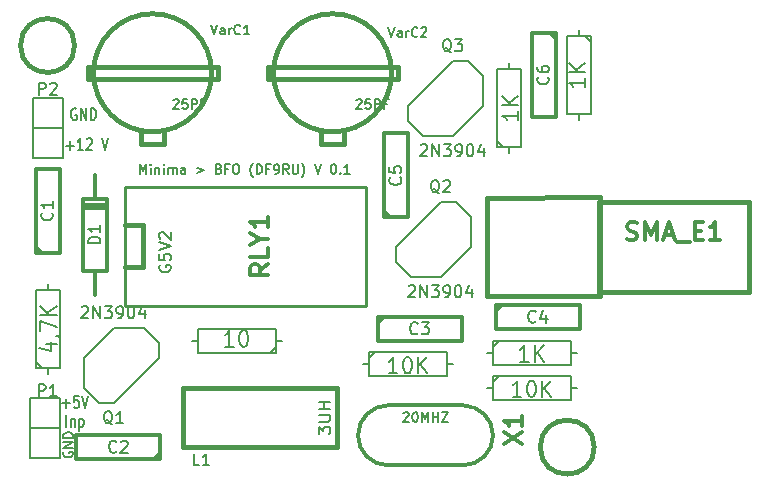
<source format=gto>
G04 #@! TF.FileFunction,Legend,Top*
%FSLAX45Y45*%
G04 Gerber Fmt 4.5, Leading zero omitted, Abs format (unit mm)*
G04 Created by KiCad (PCBNEW (2015-08-03 BZR 6047)-product) date Di 04 Aug 2015 09:04:52 CEST*
%MOMM*%
G01*
G04 APERTURE LIST*
%ADD10C,0.150000*%
%ADD11C,0.200000*%
%ADD12C,0.149860*%
%ADD13C,0.381000*%
%ADD14C,0.203200*%
%ADD15C,0.317500*%
%ADD16C,0.248920*%
%ADD17C,0.304800*%
%ADD18C,0.200660*%
G04 APERTURE END LIST*
D10*
X12837800Y-9941552D02*
X12833990Y-9949171D01*
X12833990Y-9960600D01*
X12837800Y-9972029D01*
X12845419Y-9979648D01*
X12853038Y-9983457D01*
X12868276Y-9987267D01*
X12879705Y-9987267D01*
X12894943Y-9983457D01*
X12902562Y-9979648D01*
X12910181Y-9972029D01*
X12913990Y-9960600D01*
X12913990Y-9952981D01*
X12910181Y-9941552D01*
X12906371Y-9937743D01*
X12879705Y-9937743D01*
X12879705Y-9952981D01*
X12913990Y-9903457D02*
X12833990Y-9903457D01*
X12913990Y-9857743D01*
X12833990Y-9857743D01*
X12913990Y-9819648D02*
X12833990Y-9819648D01*
X12833990Y-9800600D01*
X12837800Y-9789171D01*
X12845419Y-9781552D01*
X12853038Y-9777743D01*
X12868276Y-9773933D01*
X12879705Y-9773933D01*
X12894943Y-9777743D01*
X12902562Y-9781552D01*
X12910181Y-9789171D01*
X12913990Y-9800600D01*
X12913990Y-9819648D01*
D11*
X12825743Y-9528343D02*
X12886695Y-9528343D01*
X12856219Y-9566438D02*
X12856219Y-9490248D01*
X12962886Y-9466438D02*
X12924790Y-9466438D01*
X12920981Y-9514057D01*
X12924790Y-9509295D01*
X12932410Y-9504533D01*
X12951457Y-9504533D01*
X12959076Y-9509295D01*
X12962886Y-9514057D01*
X12966695Y-9523581D01*
X12966695Y-9547391D01*
X12962886Y-9556914D01*
X12959076Y-9561676D01*
X12951457Y-9566438D01*
X12932410Y-9566438D01*
X12924790Y-9561676D01*
X12920981Y-9556914D01*
X12989552Y-9466438D02*
X13016219Y-9566438D01*
X13042886Y-9466438D01*
X12856219Y-9726438D02*
X12856219Y-9626438D01*
X12894314Y-9659771D02*
X12894314Y-9726438D01*
X12894314Y-9669295D02*
X12898124Y-9664533D01*
X12905743Y-9659771D01*
X12917171Y-9659771D01*
X12924790Y-9664533D01*
X12928600Y-9674057D01*
X12928600Y-9726438D01*
X12966695Y-9659771D02*
X12966695Y-9759771D01*
X12966695Y-9664533D02*
X12974314Y-9659771D01*
X12989552Y-9659771D01*
X12997171Y-9664533D01*
X13000981Y-9669295D01*
X13004790Y-9678819D01*
X13004790Y-9707391D01*
X13000981Y-9716914D01*
X12997171Y-9721676D01*
X12989552Y-9726438D01*
X12974314Y-9726438D01*
X12966695Y-9721676D01*
X12858771Y-7347743D02*
X12919724Y-7347743D01*
X12889248Y-7385838D02*
X12889248Y-7309648D01*
X12999724Y-7385838D02*
X12954009Y-7385838D01*
X12976867Y-7385838D02*
X12976867Y-7285838D01*
X12969248Y-7300124D01*
X12961628Y-7309648D01*
X12954009Y-7314409D01*
X13030200Y-7295362D02*
X13034009Y-7290600D01*
X13041629Y-7285838D01*
X13060676Y-7285838D01*
X13068295Y-7290600D01*
X13072105Y-7295362D01*
X13075914Y-7304886D01*
X13075914Y-7314409D01*
X13072105Y-7328695D01*
X13026390Y-7385838D01*
X13075914Y-7385838D01*
X13159724Y-7285838D02*
X13186390Y-7385838D01*
X13213057Y-7285838D01*
X12943848Y-7036600D02*
X12936229Y-7031838D01*
X12924800Y-7031838D01*
X12913371Y-7036600D01*
X12905752Y-7046124D01*
X12901943Y-7055648D01*
X12898133Y-7074695D01*
X12898133Y-7088981D01*
X12901943Y-7108029D01*
X12905752Y-7117552D01*
X12913371Y-7127076D01*
X12924800Y-7131838D01*
X12932419Y-7131838D01*
X12943848Y-7127076D01*
X12947657Y-7122314D01*
X12947657Y-7088981D01*
X12932419Y-7088981D01*
X12981943Y-7131838D02*
X12981943Y-7031838D01*
X13027657Y-7131838D01*
X13027657Y-7031838D01*
X13065752Y-7131838D02*
X13065752Y-7031838D01*
X13084800Y-7031838D01*
X13096229Y-7036600D01*
X13103848Y-7046124D01*
X13107657Y-7055648D01*
X13111467Y-7074695D01*
X13111467Y-7088981D01*
X13107657Y-7108029D01*
X13103848Y-7117552D01*
X13096229Y-7127076D01*
X13084800Y-7131838D01*
X13065752Y-7131838D01*
D12*
X13483717Y-7586091D02*
X13483717Y-7506081D01*
X13510387Y-7563231D01*
X13537057Y-7506081D01*
X13537057Y-7586091D01*
X13575157Y-7586091D02*
X13575157Y-7532751D01*
X13575157Y-7506081D02*
X13571347Y-7509891D01*
X13575157Y-7513701D01*
X13578967Y-7509891D01*
X13575157Y-7506081D01*
X13575157Y-7513701D01*
X13613257Y-7532751D02*
X13613257Y-7586091D01*
X13613257Y-7540371D02*
X13617067Y-7536561D01*
X13624687Y-7532751D01*
X13636117Y-7532751D01*
X13643737Y-7536561D01*
X13647547Y-7544181D01*
X13647547Y-7586091D01*
X13685647Y-7586091D02*
X13685647Y-7532751D01*
X13685647Y-7506081D02*
X13681837Y-7509891D01*
X13685647Y-7513701D01*
X13689457Y-7509891D01*
X13685647Y-7506081D01*
X13685647Y-7513701D01*
X13723747Y-7586091D02*
X13723747Y-7532751D01*
X13723747Y-7540371D02*
X13727557Y-7536561D01*
X13735177Y-7532751D01*
X13746607Y-7532751D01*
X13754227Y-7536561D01*
X13758037Y-7544181D01*
X13758037Y-7586091D01*
X13758037Y-7544181D02*
X13761847Y-7536561D01*
X13769467Y-7532751D01*
X13780897Y-7532751D01*
X13788517Y-7536561D01*
X13792327Y-7544181D01*
X13792327Y-7586091D01*
X13864717Y-7586091D02*
X13864717Y-7544181D01*
X13860907Y-7536561D01*
X13853287Y-7532751D01*
X13838047Y-7532751D01*
X13830427Y-7536561D01*
X13864717Y-7582281D02*
X13857097Y-7586091D01*
X13838047Y-7586091D01*
X13830427Y-7582281D01*
X13826617Y-7574661D01*
X13826617Y-7567041D01*
X13830427Y-7559421D01*
X13838047Y-7555611D01*
X13857097Y-7555611D01*
X13864717Y-7551801D01*
X13963777Y-7532751D02*
X14024737Y-7555611D01*
X13963777Y-7578471D01*
X14150467Y-7544181D02*
X14161897Y-7547991D01*
X14165707Y-7551801D01*
X14169517Y-7559421D01*
X14169517Y-7570851D01*
X14165707Y-7578471D01*
X14161897Y-7582281D01*
X14154277Y-7586091D01*
X14123797Y-7586091D01*
X14123797Y-7506081D01*
X14150467Y-7506081D01*
X14158087Y-7509891D01*
X14161897Y-7513701D01*
X14165707Y-7521321D01*
X14165707Y-7528941D01*
X14161897Y-7536561D01*
X14158087Y-7540371D01*
X14150467Y-7544181D01*
X14123797Y-7544181D01*
X14230477Y-7544181D02*
X14203807Y-7544181D01*
X14203807Y-7586091D02*
X14203807Y-7506081D01*
X14241907Y-7506081D01*
X14287627Y-7506081D02*
X14302867Y-7506081D01*
X14310487Y-7509891D01*
X14318107Y-7517511D01*
X14321917Y-7532751D01*
X14321917Y-7559421D01*
X14318107Y-7574661D01*
X14310487Y-7582281D01*
X14302867Y-7586091D01*
X14287627Y-7586091D01*
X14280007Y-7582281D01*
X14272387Y-7574661D01*
X14268577Y-7559421D01*
X14268577Y-7532751D01*
X14272387Y-7517511D01*
X14280007Y-7509891D01*
X14287627Y-7506081D01*
X14440027Y-7616571D02*
X14436217Y-7612761D01*
X14428597Y-7601331D01*
X14424787Y-7593711D01*
X14420977Y-7582281D01*
X14417167Y-7563231D01*
X14417167Y-7547991D01*
X14420977Y-7528941D01*
X14424787Y-7517511D01*
X14428597Y-7509891D01*
X14436217Y-7498461D01*
X14440027Y-7494651D01*
X14470507Y-7586091D02*
X14470507Y-7506081D01*
X14489557Y-7506081D01*
X14500987Y-7509891D01*
X14508607Y-7517511D01*
X14512417Y-7525131D01*
X14516227Y-7540371D01*
X14516227Y-7551801D01*
X14512417Y-7567041D01*
X14508607Y-7574661D01*
X14500987Y-7582281D01*
X14489557Y-7586091D01*
X14470507Y-7586091D01*
X14577187Y-7544181D02*
X14550517Y-7544181D01*
X14550517Y-7586091D02*
X14550517Y-7506081D01*
X14588617Y-7506081D01*
X14622907Y-7586091D02*
X14638147Y-7586091D01*
X14645767Y-7582281D01*
X14649577Y-7578471D01*
X14657197Y-7567041D01*
X14661007Y-7551801D01*
X14661007Y-7521321D01*
X14657197Y-7513701D01*
X14653387Y-7509891D01*
X14645767Y-7506081D01*
X14630527Y-7506081D01*
X14622907Y-7509891D01*
X14619097Y-7513701D01*
X14615287Y-7521321D01*
X14615287Y-7540371D01*
X14619097Y-7547991D01*
X14622907Y-7551801D01*
X14630527Y-7555611D01*
X14645767Y-7555611D01*
X14653387Y-7551801D01*
X14657197Y-7547991D01*
X14661007Y-7540371D01*
X14741017Y-7586091D02*
X14714347Y-7547991D01*
X14695297Y-7586091D02*
X14695297Y-7506081D01*
X14725777Y-7506081D01*
X14733397Y-7509891D01*
X14737207Y-7513701D01*
X14741017Y-7521321D01*
X14741017Y-7532751D01*
X14737207Y-7540371D01*
X14733397Y-7544181D01*
X14725777Y-7547991D01*
X14695297Y-7547991D01*
X14775307Y-7506081D02*
X14775307Y-7570851D01*
X14779117Y-7578471D01*
X14782927Y-7582281D01*
X14790547Y-7586091D01*
X14805787Y-7586091D01*
X14813407Y-7582281D01*
X14817217Y-7578471D01*
X14821027Y-7570851D01*
X14821027Y-7506081D01*
X14851507Y-7616571D02*
X14855317Y-7612761D01*
X14862937Y-7601331D01*
X14866747Y-7593711D01*
X14870557Y-7582281D01*
X14874367Y-7563231D01*
X14874367Y-7547991D01*
X14870557Y-7528941D01*
X14866747Y-7517511D01*
X14862937Y-7509891D01*
X14855317Y-7498461D01*
X14851507Y-7494651D01*
X14961997Y-7506081D02*
X14988667Y-7586091D01*
X15015337Y-7506081D01*
X15118207Y-7506081D02*
X15125827Y-7506081D01*
X15133447Y-7509891D01*
X15137257Y-7513701D01*
X15141067Y-7521321D01*
X15144877Y-7536561D01*
X15144877Y-7555611D01*
X15141067Y-7570851D01*
X15137257Y-7578471D01*
X15133447Y-7582281D01*
X15125827Y-7586091D01*
X15118207Y-7586091D01*
X15110587Y-7582281D01*
X15106777Y-7578471D01*
X15102967Y-7570851D01*
X15099157Y-7555611D01*
X15099157Y-7536561D01*
X15102967Y-7521321D01*
X15106777Y-7513701D01*
X15110587Y-7509891D01*
X15118207Y-7506081D01*
X15179167Y-7578471D02*
X15182977Y-7582281D01*
X15179167Y-7586091D01*
X15175357Y-7582281D01*
X15179167Y-7578471D01*
X15179167Y-7586091D01*
X15259177Y-7586091D02*
X15213457Y-7586091D01*
X15236317Y-7586091D02*
X15236317Y-7506081D01*
X15228697Y-7517511D01*
X15221077Y-7525131D01*
X15213457Y-7528941D01*
D10*
X12573000Y-7199884D02*
X12827000Y-7199884D01*
X12573000Y-7453884D02*
X12827000Y-7453884D01*
X12827000Y-7453884D02*
X12827000Y-7199884D01*
X12827000Y-7199884D02*
X12827000Y-6945884D01*
X12827000Y-6945884D02*
X12573000Y-6945884D01*
X12573000Y-6945884D02*
X12573000Y-7453884D01*
X12807950Y-9738106D02*
X12553950Y-9738106D01*
X12807950Y-9484106D02*
X12553950Y-9484106D01*
X12553950Y-9484106D02*
X12553950Y-9738106D01*
X12553950Y-9738106D02*
X12553950Y-9992106D01*
X12553950Y-9992106D02*
X12807950Y-9992106D01*
X12807950Y-9992106D02*
X12807950Y-9484106D01*
D13*
X17328642Y-9900158D02*
G75*
G03X17328642Y-9900158I-228600J0D01*
G01*
X12928600Y-6499860D02*
G75*
G03X12928600Y-6499860I-228600J0D01*
G01*
X15150084Y-9899904D02*
X13850112Y-9899904D01*
X13850112Y-9899904D02*
X13850112Y-9400032D01*
X13850112Y-9400032D02*
X15150084Y-9400032D01*
X15150084Y-9400032D02*
X15150084Y-9899904D01*
D14*
X15369032Y-9199880D02*
X15419832Y-9199880D01*
X16131032Y-9199880D02*
X16080232Y-9199880D01*
X16080232Y-9199880D02*
X16080232Y-9098280D01*
X16080232Y-9098280D02*
X15419832Y-9098280D01*
X15419832Y-9098280D02*
X15419832Y-9301480D01*
X15419832Y-9301480D02*
X16080232Y-9301480D01*
X16080232Y-9301480D02*
X16080232Y-9199880D01*
X15419832Y-9149080D02*
X15470632Y-9098280D01*
X14680946Y-8999982D02*
X14630146Y-8999982D01*
X13918946Y-8999982D02*
X13969746Y-8999982D01*
X13969746Y-8999982D02*
X13969746Y-9101582D01*
X13969746Y-9101582D02*
X14630146Y-9101582D01*
X14630146Y-9101582D02*
X14630146Y-8898382D01*
X14630146Y-8898382D02*
X13969746Y-8898382D01*
X13969746Y-8898382D02*
X13969746Y-8999982D01*
X14630146Y-9050782D02*
X14579346Y-9101582D01*
X16610000Y-7411000D02*
X16610000Y-7360200D01*
X16610000Y-6649000D02*
X16610000Y-6699800D01*
X16610000Y-6699800D02*
X16508400Y-6699800D01*
X16508400Y-6699800D02*
X16508400Y-7360200D01*
X16508400Y-7360200D02*
X16711600Y-7360200D01*
X16711600Y-7360200D02*
X16711600Y-6699800D01*
X16711600Y-6699800D02*
X16610000Y-6699800D01*
X16559200Y-7360200D02*
X16508400Y-7309400D01*
X16419068Y-9100058D02*
X16469868Y-9100058D01*
X17181068Y-9100058D02*
X17130268Y-9100058D01*
X17130268Y-9100058D02*
X17130268Y-8998458D01*
X17130268Y-8998458D02*
X16469868Y-8998458D01*
X16469868Y-8998458D02*
X16469868Y-9201658D01*
X16469868Y-9201658D02*
X17130268Y-9201658D01*
X17130268Y-9201658D02*
X17130268Y-9100058D01*
X16469868Y-9049258D02*
X16520668Y-8998458D01*
X16419068Y-9400032D02*
X16469868Y-9400032D01*
X17181068Y-9400032D02*
X17130268Y-9400032D01*
X17130268Y-9400032D02*
X17130268Y-9298432D01*
X17130268Y-9298432D02*
X16469868Y-9298432D01*
X16469868Y-9298432D02*
X16469868Y-9501632D01*
X16469868Y-9501632D02*
X17130268Y-9501632D01*
X17130268Y-9501632D02*
X17130268Y-9400032D01*
X16469868Y-9349232D02*
X16520668Y-9298432D01*
X17200118Y-6369050D02*
X17200118Y-6419850D01*
X17200118Y-7131050D02*
X17200118Y-7080250D01*
X17200118Y-7080250D02*
X17301718Y-7080250D01*
X17301718Y-7080250D02*
X17301718Y-6419850D01*
X17301718Y-6419850D02*
X17098518Y-6419850D01*
X17098518Y-6419850D02*
X17098518Y-7080250D01*
X17098518Y-7080250D02*
X17200118Y-7080250D01*
X17250918Y-6419850D02*
X17301718Y-6470650D01*
X12700000Y-9280906D02*
X12700000Y-9230106D01*
X12700000Y-8518906D02*
X12700000Y-8569706D01*
X12700000Y-8569706D02*
X12598400Y-8569706D01*
X12598400Y-8569706D02*
X12598400Y-9230106D01*
X12598400Y-9230106D02*
X12801600Y-9230106D01*
X12801600Y-9230106D02*
X12801600Y-8569706D01*
X12801600Y-8569706D02*
X12700000Y-8569706D01*
X12649200Y-9230106D02*
X12598400Y-9179306D01*
D15*
X15582392Y-10054082D02*
X16217392Y-10054082D01*
X15582392Y-9546082D02*
X16217392Y-9546082D01*
X16471392Y-9800082D02*
G75*
G03X16217392Y-9546082I-254000J0D01*
G01*
X16217392Y-10054082D02*
G75*
G03X16471392Y-9800082I0J254000D01*
G01*
X15582392Y-9546082D02*
G75*
G03X15328392Y-9800082I0J-254000D01*
G01*
X15328392Y-9800082D02*
G75*
G03X15582392Y-10054082I254000J0D01*
G01*
D13*
X13358622Y-8022082D02*
X13511022Y-8022082D01*
X13511022Y-8022082D02*
X13511022Y-8377682D01*
X13511022Y-8377682D02*
X13358622Y-8377682D01*
D16*
X15396972Y-7698232D02*
X13352272Y-7698232D01*
X15396972Y-8701532D02*
X13352272Y-8701532D01*
X13352272Y-8701532D02*
X13352272Y-7698232D01*
X15396972Y-8701532D02*
X13352272Y-8701532D01*
X15396972Y-7698232D02*
X13352272Y-7698232D01*
X15396972Y-8701532D02*
X15396972Y-7698232D01*
D15*
X13100050Y-8481060D02*
X13100050Y-8608060D01*
X13100050Y-7719060D02*
X13100050Y-7592060D01*
X13100050Y-7719060D02*
X13100050Y-7795260D01*
D17*
X13100050Y-7795260D02*
X12998450Y-7795260D01*
X12998450Y-7795260D02*
X12998450Y-8404860D01*
X12998450Y-8404860D02*
X13100050Y-8404860D01*
X13100050Y-8404860D02*
X13100050Y-8481060D01*
X13100050Y-8404860D02*
X13201650Y-8404860D01*
X13201650Y-8404860D02*
X13201650Y-7795260D01*
X13201650Y-7795260D02*
X13100050Y-7795260D01*
X12998450Y-7846060D02*
X13201650Y-7846060D01*
X13201650Y-7871460D02*
X12998450Y-7871460D01*
X15494508Y-8798306D02*
X16205708Y-8798306D01*
X16205708Y-8798306D02*
X16205708Y-9001506D01*
X16205708Y-9001506D02*
X15494508Y-9001506D01*
X15494508Y-9001506D02*
X15494508Y-8798306D01*
X15494508Y-8849106D02*
X15545308Y-8798306D01*
X15548356Y-7955534D02*
X15548356Y-7244334D01*
X15548356Y-7244334D02*
X15751556Y-7244334D01*
X15751556Y-7244334D02*
X15751556Y-7955534D01*
X15751556Y-7955534D02*
X15548356Y-7955534D01*
X15599156Y-7955534D02*
X15548356Y-7904734D01*
X16494506Y-8698484D02*
X17205706Y-8698484D01*
X17205706Y-8698484D02*
X17205706Y-8901684D01*
X17205706Y-8901684D02*
X16494506Y-8901684D01*
X16494506Y-8901684D02*
X16494506Y-8698484D01*
X16494506Y-8749284D02*
X16545306Y-8698484D01*
X17001490Y-6394450D02*
X17001490Y-7105650D01*
X17001490Y-7105650D02*
X16798290Y-7105650D01*
X16798290Y-7105650D02*
X16798290Y-6394450D01*
X16798290Y-6394450D02*
X17001490Y-6394450D01*
X16950690Y-6394450D02*
X17001490Y-6445250D01*
X12598400Y-8255508D02*
X12598400Y-7544308D01*
X12598400Y-7544308D02*
X12801600Y-7544308D01*
X12801600Y-7544308D02*
X12801600Y-8255508D01*
X12801600Y-8255508D02*
X12598400Y-8255508D01*
X12649200Y-8255508D02*
X12598400Y-8204708D01*
X13655548Y-10001504D02*
X12944348Y-10001504D01*
X12944348Y-10001504D02*
X12944348Y-9798304D01*
X12944348Y-9798304D02*
X13655548Y-9798304D01*
X13655548Y-9798304D02*
X13655548Y-10001504D01*
X13655548Y-9950704D02*
X13604748Y-10001504D01*
D13*
X15213076Y-7231126D02*
X15213076Y-7330948D01*
X15213076Y-7330948D02*
X15012924Y-7330948D01*
X15012924Y-7330948D02*
X15012924Y-7231126D01*
X15662910Y-6781038D02*
X14563090Y-6781038D01*
X14563090Y-6781038D02*
X14563090Y-6680962D01*
X14563090Y-6680962D02*
X15662910Y-6680962D01*
X15662910Y-6680962D02*
X15662910Y-6781038D01*
X15613126Y-6731000D02*
G75*
G03X15613126Y-6731000I-500126J0D01*
G01*
X13689076Y-7231126D02*
X13689076Y-7330948D01*
X13689076Y-7330948D02*
X13488924Y-7330948D01*
X13488924Y-7330948D02*
X13488924Y-7231126D01*
X14138910Y-6781038D02*
X13039090Y-6781038D01*
X13039090Y-6781038D02*
X13039090Y-6680962D01*
X13039090Y-6680962D02*
X14138910Y-6680962D01*
X14138910Y-6680962D02*
X14138910Y-6781038D01*
X14089126Y-6731000D02*
G75*
G03X14089126Y-6731000I-500126J0D01*
G01*
X16425200Y-7790440D02*
X17375160Y-7785360D01*
X17375160Y-7785360D02*
X17375160Y-8623560D01*
X17375160Y-8623560D02*
X16420120Y-8623560D01*
X16420120Y-8623560D02*
X16420120Y-7790440D01*
X17365000Y-7823460D02*
X17365000Y-8585460D01*
X17365000Y-8585460D02*
X18635000Y-8585460D01*
X18635000Y-8585460D02*
X18635000Y-7823460D01*
X18635000Y-7823460D02*
X17365000Y-7823460D01*
D10*
X13258800Y-9525000D02*
X13639800Y-9144000D01*
X13639800Y-9144000D02*
X13639800Y-9017000D01*
X13639800Y-9017000D02*
X13512800Y-8890000D01*
X13512800Y-8890000D02*
X13258800Y-8890000D01*
X13258800Y-8890000D02*
X13004800Y-9144000D01*
X13004800Y-9144000D02*
X13004800Y-9398000D01*
X13004800Y-9398000D02*
X13131800Y-9525000D01*
X13131800Y-9525000D02*
X13258800Y-9525000D01*
X16027400Y-7823200D02*
X15646400Y-8204200D01*
X15646400Y-8204200D02*
X15646400Y-8331200D01*
X15646400Y-8331200D02*
X15773400Y-8458200D01*
X15773400Y-8458200D02*
X16027400Y-8458200D01*
X16027400Y-8458200D02*
X16281400Y-8204200D01*
X16281400Y-8204200D02*
X16281400Y-7950200D01*
X16281400Y-7950200D02*
X16154400Y-7823200D01*
X16154400Y-7823200D02*
X16027400Y-7823200D01*
X16129000Y-6629400D02*
X15748000Y-7010400D01*
X15748000Y-7010400D02*
X15748000Y-7137400D01*
X15748000Y-7137400D02*
X15875000Y-7264400D01*
X15875000Y-7264400D02*
X16129000Y-7264400D01*
X16129000Y-7264400D02*
X16383000Y-7010400D01*
X16383000Y-7010400D02*
X16383000Y-6756400D01*
X16383000Y-6756400D02*
X16256000Y-6629400D01*
X16256000Y-6629400D02*
X16129000Y-6629400D01*
X12626190Y-6915238D02*
X12626190Y-6815238D01*
X12664286Y-6815238D01*
X12673810Y-6820000D01*
X12678571Y-6824762D01*
X12683333Y-6834286D01*
X12683333Y-6848571D01*
X12678571Y-6858095D01*
X12673810Y-6862857D01*
X12664286Y-6867619D01*
X12626190Y-6867619D01*
X12721429Y-6824762D02*
X12726190Y-6820000D01*
X12735714Y-6815238D01*
X12759524Y-6815238D01*
X12769048Y-6820000D01*
X12773810Y-6824762D01*
X12778571Y-6834286D01*
X12778571Y-6843809D01*
X12773810Y-6858095D01*
X12716667Y-6915238D01*
X12778571Y-6915238D01*
X12626190Y-9468638D02*
X12626190Y-9368638D01*
X12664286Y-9368638D01*
X12673810Y-9373400D01*
X12678571Y-9378162D01*
X12683333Y-9387686D01*
X12683333Y-9401971D01*
X12678571Y-9411495D01*
X12673810Y-9416257D01*
X12664286Y-9421019D01*
X12626190Y-9421019D01*
X12778571Y-9468638D02*
X12721429Y-9468638D01*
X12750000Y-9468638D02*
X12750000Y-9368638D01*
X12740476Y-9382924D01*
X12730952Y-9392448D01*
X12721429Y-9397210D01*
D18*
X13983321Y-10055273D02*
X13935665Y-10055273D01*
X13935665Y-9955197D01*
X14069100Y-10055273D02*
X14011914Y-10055273D01*
X14040507Y-10055273D02*
X14040507Y-9955197D01*
X14030976Y-9969493D01*
X14021445Y-9979024D01*
X14011914Y-9983790D01*
X14995204Y-9788168D02*
X14995204Y-9726216D01*
X15033329Y-9759575D01*
X15033329Y-9745278D01*
X15038094Y-9735747D01*
X15042860Y-9730982D01*
X15052391Y-9726216D01*
X15076218Y-9726216D01*
X15085749Y-9730982D01*
X15090515Y-9735747D01*
X15095280Y-9745278D01*
X15095280Y-9773872D01*
X15090515Y-9783403D01*
X15085749Y-9788168D01*
X14995204Y-9683327D02*
X15076218Y-9683327D01*
X15085749Y-9678561D01*
X15090515Y-9673796D01*
X15095280Y-9664265D01*
X15095280Y-9645202D01*
X15090515Y-9635671D01*
X15085749Y-9630906D01*
X15076218Y-9626140D01*
X14995204Y-9626140D01*
X15095280Y-9578485D02*
X14995204Y-9578485D01*
X15042860Y-9578485D02*
X15042860Y-9521299D01*
X15095280Y-9521299D02*
X14995204Y-9521299D01*
D14*
X15662341Y-9275778D02*
X15589770Y-9275778D01*
X15626056Y-9275778D02*
X15626056Y-9136078D01*
X15613961Y-9156035D01*
X15601865Y-9169340D01*
X15589770Y-9175992D01*
X15740961Y-9136078D02*
X15753056Y-9136078D01*
X15765151Y-9142730D01*
X15771199Y-9149382D01*
X15777246Y-9162687D01*
X15783294Y-9189297D01*
X15783294Y-9222559D01*
X15777246Y-9249168D01*
X15771199Y-9262473D01*
X15765151Y-9269125D01*
X15753056Y-9275778D01*
X15740961Y-9275778D01*
X15728865Y-9269125D01*
X15722818Y-9262473D01*
X15716770Y-9249168D01*
X15710722Y-9222559D01*
X15710722Y-9189297D01*
X15716770Y-9162687D01*
X15722818Y-9149382D01*
X15728865Y-9142730D01*
X15740961Y-9136078D01*
X15837722Y-9275778D02*
X15837722Y-9136078D01*
X15910294Y-9275778D02*
X15855865Y-9195949D01*
X15910294Y-9136078D02*
X15837722Y-9215906D01*
X14275755Y-9050480D02*
X14203184Y-9050480D01*
X14239470Y-9050480D02*
X14239470Y-8910780D01*
X14227375Y-8930737D01*
X14215279Y-8944042D01*
X14203184Y-8950694D01*
X14354375Y-8910780D02*
X14366470Y-8910780D01*
X14378565Y-8917432D01*
X14384613Y-8924084D01*
X14390660Y-8937389D01*
X14396708Y-8963999D01*
X14396708Y-8997261D01*
X14390660Y-9023870D01*
X14384613Y-9037175D01*
X14378565Y-9043827D01*
X14366470Y-9050480D01*
X14354375Y-9050480D01*
X14342279Y-9043827D01*
X14336232Y-9037175D01*
X14330184Y-9023870D01*
X14324136Y-8997261D01*
X14324136Y-8963999D01*
X14330184Y-8937389D01*
X14336232Y-8924084D01*
X14342279Y-8917432D01*
X14354375Y-8910780D01*
X16685898Y-7057214D02*
X16685898Y-7129786D01*
X16685898Y-7093500D02*
X16546198Y-7093500D01*
X16566155Y-7105595D01*
X16579459Y-7117690D01*
X16586112Y-7129786D01*
X16685898Y-7002786D02*
X16546198Y-7002786D01*
X16685898Y-6930214D02*
X16606069Y-6984643D01*
X16546198Y-6930214D02*
X16626026Y-7002786D01*
X16772854Y-9175956D02*
X16700282Y-9175956D01*
X16736568Y-9175956D02*
X16736568Y-9036256D01*
X16724473Y-9056213D01*
X16712377Y-9069518D01*
X16700282Y-9076170D01*
X16827282Y-9175956D02*
X16827282Y-9036256D01*
X16899854Y-9175956D02*
X16845425Y-9096127D01*
X16899854Y-9036256D02*
X16827282Y-9116084D01*
X16712377Y-9475930D02*
X16639806Y-9475930D01*
X16676092Y-9475930D02*
X16676092Y-9336230D01*
X16663997Y-9356187D01*
X16651901Y-9369492D01*
X16639806Y-9376144D01*
X16790997Y-9336230D02*
X16803092Y-9336230D01*
X16815187Y-9342882D01*
X16821235Y-9349534D01*
X16827282Y-9362839D01*
X16833330Y-9389449D01*
X16833330Y-9422711D01*
X16827282Y-9449320D01*
X16821235Y-9462625D01*
X16815187Y-9469277D01*
X16803092Y-9475930D01*
X16790997Y-9475930D01*
X16778901Y-9469277D01*
X16772854Y-9462625D01*
X16766806Y-9449320D01*
X16760758Y-9422711D01*
X16760758Y-9389449D01*
X16766806Y-9362839D01*
X16772854Y-9349534D01*
X16778901Y-9342882D01*
X16790997Y-9336230D01*
X16887759Y-9475930D02*
X16887759Y-9336230D01*
X16960330Y-9475930D02*
X16905901Y-9396101D01*
X16960330Y-9336230D02*
X16887759Y-9416058D01*
X17250616Y-6777264D02*
X17250616Y-6849836D01*
X17250616Y-6813550D02*
X17110916Y-6813550D01*
X17130873Y-6825645D01*
X17144178Y-6837740D01*
X17150830Y-6849836D01*
X17250616Y-6722836D02*
X17110916Y-6722836D01*
X17250616Y-6650264D02*
X17170787Y-6704693D01*
X17110916Y-6650264D02*
X17190744Y-6722836D01*
X12682764Y-9029930D02*
X12775898Y-9029930D01*
X12629545Y-9060168D02*
X12729331Y-9090406D01*
X12729331Y-9011787D01*
X12769245Y-8957358D02*
X12775898Y-8957358D01*
X12789202Y-8963406D01*
X12795855Y-8969454D01*
X12636198Y-8915025D02*
X12636198Y-8830358D01*
X12775898Y-8884787D01*
X12775898Y-8781977D02*
X12636198Y-8781977D01*
X12775898Y-8709406D02*
X12696069Y-8763835D01*
X12636198Y-8709406D02*
X12716026Y-8781977D01*
D17*
X16566497Y-9873416D02*
X16718897Y-9771816D01*
X16566497Y-9771816D02*
X16718897Y-9873416D01*
X16718897Y-9633930D02*
X16718897Y-9721015D01*
X16718897Y-9677473D02*
X16566497Y-9677473D01*
X16588268Y-9691987D01*
X16602783Y-9706501D01*
X16610040Y-9721015D01*
D12*
X15713202Y-9613773D02*
X15717012Y-9609963D01*
X15724632Y-9606153D01*
X15743682Y-9606153D01*
X15751302Y-9609963D01*
X15755112Y-9613773D01*
X15758922Y-9621393D01*
X15758922Y-9629013D01*
X15755112Y-9640443D01*
X15709392Y-9686163D01*
X15758922Y-9686163D01*
X15808452Y-9606153D02*
X15816072Y-9606153D01*
X15823692Y-9609963D01*
X15827502Y-9613773D01*
X15831312Y-9621393D01*
X15835122Y-9636633D01*
X15835122Y-9655683D01*
X15831312Y-9670923D01*
X15827502Y-9678543D01*
X15823692Y-9682353D01*
X15816072Y-9686163D01*
X15808452Y-9686163D01*
X15800832Y-9682353D01*
X15797022Y-9678543D01*
X15793212Y-9670923D01*
X15789402Y-9655683D01*
X15789402Y-9636633D01*
X15793212Y-9621393D01*
X15797022Y-9613773D01*
X15800832Y-9609963D01*
X15808452Y-9606153D01*
X15869412Y-9686163D02*
X15869412Y-9606153D01*
X15896082Y-9663303D01*
X15922752Y-9606153D01*
X15922752Y-9686163D01*
X15960852Y-9686163D02*
X15960852Y-9606153D01*
X15960852Y-9644253D02*
X16006572Y-9644253D01*
X16006572Y-9686163D02*
X16006572Y-9606153D01*
X16037052Y-9606153D02*
X16090392Y-9606153D01*
X16037052Y-9686163D01*
X16090392Y-9686163D01*
D17*
X14569041Y-8352282D02*
X14496469Y-8403082D01*
X14569041Y-8439368D02*
X14416641Y-8439368D01*
X14416641Y-8381310D01*
X14423898Y-8366796D01*
X14431155Y-8359539D01*
X14445669Y-8352282D01*
X14467441Y-8352282D01*
X14481955Y-8359539D01*
X14489212Y-8366796D01*
X14496469Y-8381310D01*
X14496469Y-8439368D01*
X14569041Y-8214396D02*
X14569041Y-8286968D01*
X14416641Y-8286968D01*
X14496469Y-8134568D02*
X14569041Y-8134568D01*
X14416641Y-8185368D02*
X14496469Y-8134568D01*
X14416641Y-8083768D01*
X14569041Y-7953139D02*
X14569041Y-8040225D01*
X14569041Y-7996682D02*
X14416641Y-7996682D01*
X14438412Y-8011196D01*
X14452927Y-8025710D01*
X14460184Y-8040225D01*
D18*
X13649960Y-8361910D02*
X13645194Y-8371441D01*
X13645194Y-8385737D01*
X13649960Y-8400034D01*
X13659491Y-8409565D01*
X13669022Y-8414331D01*
X13688084Y-8419096D01*
X13702381Y-8419096D01*
X13721443Y-8414331D01*
X13730974Y-8409565D01*
X13740505Y-8400034D01*
X13745270Y-8385737D01*
X13745270Y-8376206D01*
X13740505Y-8361910D01*
X13735739Y-8357144D01*
X13702381Y-8357144D01*
X13702381Y-8376206D01*
X13645194Y-8266599D02*
X13645194Y-8314255D01*
X13692850Y-8319020D01*
X13688084Y-8314255D01*
X13683319Y-8304723D01*
X13683319Y-8280896D01*
X13688084Y-8271365D01*
X13692850Y-8266599D01*
X13702381Y-8261834D01*
X13726208Y-8261834D01*
X13735739Y-8266599D01*
X13740505Y-8271365D01*
X13745270Y-8280896D01*
X13745270Y-8304723D01*
X13740505Y-8314255D01*
X13735739Y-8319020D01*
X13645194Y-8233241D02*
X13745270Y-8199882D01*
X13645194Y-8166523D01*
X13654725Y-8137930D02*
X13649960Y-8133165D01*
X13645194Y-8123634D01*
X13645194Y-8099806D01*
X13649960Y-8090275D01*
X13654725Y-8085509D01*
X13664257Y-8080744D01*
X13673788Y-8080744D01*
X13688084Y-8085509D01*
X13745270Y-8142696D01*
X13745270Y-8080744D01*
D14*
X13146012Y-8175050D02*
X13044412Y-8175050D01*
X13044412Y-8150860D01*
X13049250Y-8136346D01*
X13058926Y-8126669D01*
X13068602Y-8121831D01*
X13087955Y-8116993D01*
X13102469Y-8116993D01*
X13121821Y-8121831D01*
X13131498Y-8126669D01*
X13141174Y-8136346D01*
X13146012Y-8150860D01*
X13146012Y-8175050D01*
X13146012Y-8020231D02*
X13146012Y-8078288D01*
X13146012Y-8049260D02*
X13044412Y-8049260D01*
X13058926Y-8058936D01*
X13068602Y-8068612D01*
X13073440Y-8078288D01*
X15833175Y-8936192D02*
X15828337Y-8941030D01*
X15813822Y-8945868D01*
X15804146Y-8945868D01*
X15789632Y-8941030D01*
X15779956Y-8931354D01*
X15775118Y-8921677D01*
X15770279Y-8902325D01*
X15770279Y-8887811D01*
X15775118Y-8868458D01*
X15779956Y-8858782D01*
X15789632Y-8849106D01*
X15804146Y-8844268D01*
X15813822Y-8844268D01*
X15828337Y-8849106D01*
X15833175Y-8853944D01*
X15867041Y-8844268D02*
X15929937Y-8844268D01*
X15896070Y-8882973D01*
X15910584Y-8882973D01*
X15920260Y-8887811D01*
X15925098Y-8892649D01*
X15929937Y-8902325D01*
X15929937Y-8926516D01*
X15925098Y-8936192D01*
X15920260Y-8941030D01*
X15910584Y-8945868D01*
X15881556Y-8945868D01*
X15871879Y-8941030D01*
X15867041Y-8936192D01*
X15686242Y-7616867D02*
X15691080Y-7621705D01*
X15695918Y-7636220D01*
X15695918Y-7645896D01*
X15691080Y-7660410D01*
X15681404Y-7670086D01*
X15671727Y-7674924D01*
X15652375Y-7679762D01*
X15637861Y-7679762D01*
X15618508Y-7674924D01*
X15608832Y-7670086D01*
X15599156Y-7660410D01*
X15594318Y-7645896D01*
X15594318Y-7636220D01*
X15599156Y-7621705D01*
X15603994Y-7616867D01*
X15594318Y-7524943D02*
X15594318Y-7573324D01*
X15642699Y-7578162D01*
X15637861Y-7573324D01*
X15633023Y-7563648D01*
X15633023Y-7539458D01*
X15637861Y-7529782D01*
X15642699Y-7524943D01*
X15652375Y-7520105D01*
X15676565Y-7520105D01*
X15686242Y-7524943D01*
X15691080Y-7529782D01*
X15695918Y-7539458D01*
X15695918Y-7563648D01*
X15691080Y-7573324D01*
X15686242Y-7578162D01*
X16833173Y-8836370D02*
X16828335Y-8841208D01*
X16813820Y-8846046D01*
X16804144Y-8846046D01*
X16789630Y-8841208D01*
X16779954Y-8831532D01*
X16775116Y-8821855D01*
X16770277Y-8802503D01*
X16770277Y-8787989D01*
X16775116Y-8768636D01*
X16779954Y-8758960D01*
X16789630Y-8749284D01*
X16804144Y-8744446D01*
X16813820Y-8744446D01*
X16828335Y-8749284D01*
X16833173Y-8754122D01*
X16920258Y-8778313D02*
X16920258Y-8846046D01*
X16896068Y-8739608D02*
X16871878Y-8812179D01*
X16934773Y-8812179D01*
X16936176Y-6766983D02*
X16941014Y-6771821D01*
X16945852Y-6786336D01*
X16945852Y-6796012D01*
X16941014Y-6810526D01*
X16931338Y-6820202D01*
X16921661Y-6825040D01*
X16902309Y-6829878D01*
X16887795Y-6829878D01*
X16868442Y-6825040D01*
X16858766Y-6820202D01*
X16849090Y-6810526D01*
X16844252Y-6796012D01*
X16844252Y-6786336D01*
X16849090Y-6771821D01*
X16853928Y-6766983D01*
X16844252Y-6679898D02*
X16844252Y-6699250D01*
X16849090Y-6708926D01*
X16853928Y-6713764D01*
X16868442Y-6723440D01*
X16887795Y-6728278D01*
X16926500Y-6728278D01*
X16936176Y-6723440D01*
X16941014Y-6718602D01*
X16945852Y-6708926D01*
X16945852Y-6689574D01*
X16941014Y-6679898D01*
X16936176Y-6675059D01*
X16926500Y-6670221D01*
X16902309Y-6670221D01*
X16892633Y-6675059D01*
X16887795Y-6679898D01*
X16882957Y-6689574D01*
X16882957Y-6708926D01*
X16887795Y-6718602D01*
X16892633Y-6723440D01*
X16902309Y-6728278D01*
X12736286Y-7916841D02*
X12741124Y-7921679D01*
X12745962Y-7936194D01*
X12745962Y-7945870D01*
X12741124Y-7960384D01*
X12731448Y-7970060D01*
X12721771Y-7974898D01*
X12702419Y-7979736D01*
X12687905Y-7979736D01*
X12668552Y-7974898D01*
X12658876Y-7970060D01*
X12649200Y-7960384D01*
X12644362Y-7945870D01*
X12644362Y-7936194D01*
X12649200Y-7921679D01*
X12654038Y-7916841D01*
X12745962Y-7820079D02*
X12745962Y-7878136D01*
X12745962Y-7849108D02*
X12644362Y-7849108D01*
X12658876Y-7858784D01*
X12668552Y-7868460D01*
X12673390Y-7878136D01*
X13283015Y-9936190D02*
X13278177Y-9941028D01*
X13263662Y-9945866D01*
X13253986Y-9945866D01*
X13239472Y-9941028D01*
X13229796Y-9931352D01*
X13224958Y-9921675D01*
X13220119Y-9902323D01*
X13220119Y-9887809D01*
X13224958Y-9868456D01*
X13229796Y-9858780D01*
X13239472Y-9849104D01*
X13253986Y-9844266D01*
X13263662Y-9844266D01*
X13278177Y-9849104D01*
X13283015Y-9853942D01*
X13321719Y-9853942D02*
X13326558Y-9849104D01*
X13336234Y-9844266D01*
X13360424Y-9844266D01*
X13370100Y-9849104D01*
X13374938Y-9853942D01*
X13379777Y-9863618D01*
X13379777Y-9873295D01*
X13374938Y-9887809D01*
X13316881Y-9945866D01*
X13379777Y-9945866D01*
D12*
X15584265Y-6346185D02*
X15610935Y-6426195D01*
X15637605Y-6346185D01*
X15698565Y-6426195D02*
X15698565Y-6384285D01*
X15694755Y-6376665D01*
X15687135Y-6372855D01*
X15671895Y-6372855D01*
X15664275Y-6376665D01*
X15698565Y-6422385D02*
X15690945Y-6426195D01*
X15671895Y-6426195D01*
X15664275Y-6422385D01*
X15660465Y-6414765D01*
X15660465Y-6407145D01*
X15664275Y-6399525D01*
X15671895Y-6395715D01*
X15690945Y-6395715D01*
X15698565Y-6391905D01*
X15736665Y-6426195D02*
X15736665Y-6372855D01*
X15736665Y-6388095D02*
X15740475Y-6380475D01*
X15744285Y-6376665D01*
X15751905Y-6372855D01*
X15759525Y-6372855D01*
X15831915Y-6418575D02*
X15828105Y-6422385D01*
X15816675Y-6426195D01*
X15809055Y-6426195D01*
X15797625Y-6422385D01*
X15790005Y-6414765D01*
X15786195Y-6407145D01*
X15782385Y-6391905D01*
X15782385Y-6380475D01*
X15786195Y-6365235D01*
X15790005Y-6357615D01*
X15797625Y-6349995D01*
X15809055Y-6346185D01*
X15816675Y-6346185D01*
X15828105Y-6349995D01*
X15831915Y-6353805D01*
X15862395Y-6353805D02*
X15866205Y-6349995D01*
X15873825Y-6346185D01*
X15892875Y-6346185D01*
X15900495Y-6349995D01*
X15904305Y-6353805D01*
X15908115Y-6361425D01*
X15908115Y-6369045D01*
X15904305Y-6380475D01*
X15858585Y-6426195D01*
X15908115Y-6426195D01*
X15314803Y-6963791D02*
X15318613Y-6959981D01*
X15326233Y-6956171D01*
X15345283Y-6956171D01*
X15352903Y-6959981D01*
X15356713Y-6963791D01*
X15360523Y-6971411D01*
X15360523Y-6979031D01*
X15356713Y-6990461D01*
X15310993Y-7036181D01*
X15360523Y-7036181D01*
X15432913Y-6956171D02*
X15394813Y-6956171D01*
X15391003Y-6994271D01*
X15394813Y-6990461D01*
X15402433Y-6986651D01*
X15421483Y-6986651D01*
X15429103Y-6990461D01*
X15432913Y-6994271D01*
X15436723Y-7001891D01*
X15436723Y-7020941D01*
X15432913Y-7028561D01*
X15429103Y-7032371D01*
X15421483Y-7036181D01*
X15402433Y-7036181D01*
X15394813Y-7032371D01*
X15391003Y-7028561D01*
X15471013Y-7036181D02*
X15471013Y-6956171D01*
X15501493Y-6956171D01*
X15509113Y-6959981D01*
X15512923Y-6963791D01*
X15516733Y-6971411D01*
X15516733Y-6982841D01*
X15512923Y-6990461D01*
X15509113Y-6994271D01*
X15501493Y-6998081D01*
X15471013Y-6998081D01*
X15577693Y-6994271D02*
X15551023Y-6994271D01*
X15551023Y-7036181D02*
X15551023Y-6956171D01*
X15589123Y-6956171D01*
X14084265Y-6326185D02*
X14110935Y-6406195D01*
X14137605Y-6326185D01*
X14198565Y-6406195D02*
X14198565Y-6364285D01*
X14194755Y-6356665D01*
X14187135Y-6352855D01*
X14171895Y-6352855D01*
X14164275Y-6356665D01*
X14198565Y-6402385D02*
X14190945Y-6406195D01*
X14171895Y-6406195D01*
X14164275Y-6402385D01*
X14160465Y-6394765D01*
X14160465Y-6387145D01*
X14164275Y-6379525D01*
X14171895Y-6375715D01*
X14190945Y-6375715D01*
X14198565Y-6371905D01*
X14236665Y-6406195D02*
X14236665Y-6352855D01*
X14236665Y-6368095D02*
X14240475Y-6360475D01*
X14244285Y-6356665D01*
X14251905Y-6352855D01*
X14259525Y-6352855D01*
X14331915Y-6398575D02*
X14328105Y-6402385D01*
X14316675Y-6406195D01*
X14309055Y-6406195D01*
X14297625Y-6402385D01*
X14290005Y-6394765D01*
X14286195Y-6387145D01*
X14282385Y-6371905D01*
X14282385Y-6360475D01*
X14286195Y-6345235D01*
X14290005Y-6337615D01*
X14297625Y-6329995D01*
X14309055Y-6326185D01*
X14316675Y-6326185D01*
X14328105Y-6329995D01*
X14331915Y-6333805D01*
X14408115Y-6406195D02*
X14362395Y-6406195D01*
X14385255Y-6406195D02*
X14385255Y-6326185D01*
X14377635Y-6337615D01*
X14370015Y-6345235D01*
X14362395Y-6349045D01*
X13764641Y-6963791D02*
X13768451Y-6959981D01*
X13776071Y-6956171D01*
X13795121Y-6956171D01*
X13802741Y-6959981D01*
X13806551Y-6963791D01*
X13810361Y-6971411D01*
X13810361Y-6979031D01*
X13806551Y-6990461D01*
X13760831Y-7036181D01*
X13810361Y-7036181D01*
X13882751Y-6956171D02*
X13844651Y-6956171D01*
X13840841Y-6994271D01*
X13844651Y-6990461D01*
X13852271Y-6986651D01*
X13871321Y-6986651D01*
X13878941Y-6990461D01*
X13882751Y-6994271D01*
X13886561Y-7001891D01*
X13886561Y-7020941D01*
X13882751Y-7028561D01*
X13878941Y-7032371D01*
X13871321Y-7036181D01*
X13852271Y-7036181D01*
X13844651Y-7032371D01*
X13840841Y-7028561D01*
X13920851Y-7036181D02*
X13920851Y-6956171D01*
X13951331Y-6956171D01*
X13958951Y-6959981D01*
X13962761Y-6963791D01*
X13966571Y-6971411D01*
X13966571Y-6982841D01*
X13962761Y-6990461D01*
X13958951Y-6994271D01*
X13951331Y-6998081D01*
X13920851Y-6998081D01*
X14027531Y-6994271D02*
X14000861Y-6994271D01*
X14000861Y-7036181D02*
X14000861Y-6956171D01*
X14038961Y-6956171D01*
D17*
X17604486Y-8141686D02*
X17626257Y-8148943D01*
X17662543Y-8148943D01*
X17677057Y-8141686D01*
X17684314Y-8134429D01*
X17691571Y-8119914D01*
X17691571Y-8105400D01*
X17684314Y-8090886D01*
X17677057Y-8083629D01*
X17662543Y-8076371D01*
X17633514Y-8069114D01*
X17619000Y-8061857D01*
X17611743Y-8054600D01*
X17604486Y-8040086D01*
X17604486Y-8025571D01*
X17611743Y-8011057D01*
X17619000Y-8003800D01*
X17633514Y-7996543D01*
X17669800Y-7996543D01*
X17691571Y-8003800D01*
X17756886Y-8148943D02*
X17756886Y-7996543D01*
X17807686Y-8105400D01*
X17858486Y-7996543D01*
X17858486Y-8148943D01*
X17923800Y-8105400D02*
X17996371Y-8105400D01*
X17909286Y-8148943D02*
X17960086Y-7996543D01*
X18010886Y-8148943D01*
X18025400Y-8163457D02*
X18141514Y-8163457D01*
X18177800Y-8069114D02*
X18228600Y-8069114D01*
X18250371Y-8148943D02*
X18177800Y-8148943D01*
X18177800Y-7996543D01*
X18250371Y-7996543D01*
X18395514Y-8148943D02*
X18308429Y-8148943D01*
X18351971Y-8148943D02*
X18351971Y-7996543D01*
X18337457Y-8018314D01*
X18322943Y-8032829D01*
X18308429Y-8040086D01*
D10*
X13249276Y-9706762D02*
X13239752Y-9702000D01*
X13230229Y-9692476D01*
X13215943Y-9678191D01*
X13206419Y-9673429D01*
X13196895Y-9673429D01*
X13201657Y-9697238D02*
X13192133Y-9692476D01*
X13182609Y-9682952D01*
X13177848Y-9663905D01*
X13177848Y-9630571D01*
X13182609Y-9611524D01*
X13192133Y-9602000D01*
X13201657Y-9597238D01*
X13220705Y-9597238D01*
X13230229Y-9602000D01*
X13239752Y-9611524D01*
X13244514Y-9630571D01*
X13244514Y-9663905D01*
X13239752Y-9682952D01*
X13230229Y-9692476D01*
X13220705Y-9697238D01*
X13201657Y-9697238D01*
X13339752Y-9697238D02*
X13282609Y-9697238D01*
X13311181Y-9697238D02*
X13311181Y-9597238D01*
X13301657Y-9611524D01*
X13292133Y-9621048D01*
X13282609Y-9625810D01*
X12987371Y-8717762D02*
X12992133Y-8713000D01*
X13001657Y-8708238D01*
X13025467Y-8708238D01*
X13034990Y-8713000D01*
X13039752Y-8717762D01*
X13044514Y-8727286D01*
X13044514Y-8736810D01*
X13039752Y-8751095D01*
X12982609Y-8808238D01*
X13044514Y-8808238D01*
X13087371Y-8808238D02*
X13087371Y-8708238D01*
X13144514Y-8808238D01*
X13144514Y-8708238D01*
X13182609Y-8708238D02*
X13244514Y-8708238D01*
X13211181Y-8746333D01*
X13225467Y-8746333D01*
X13234990Y-8751095D01*
X13239752Y-8755857D01*
X13244514Y-8765381D01*
X13244514Y-8789191D01*
X13239752Y-8798714D01*
X13234990Y-8803476D01*
X13225467Y-8808238D01*
X13196895Y-8808238D01*
X13187371Y-8803476D01*
X13182609Y-8798714D01*
X13292133Y-8808238D02*
X13311181Y-8808238D01*
X13320705Y-8803476D01*
X13325467Y-8798714D01*
X13334990Y-8784429D01*
X13339752Y-8765381D01*
X13339752Y-8727286D01*
X13334990Y-8717762D01*
X13330229Y-8713000D01*
X13320705Y-8708238D01*
X13301657Y-8708238D01*
X13292133Y-8713000D01*
X13287371Y-8717762D01*
X13282609Y-8727286D01*
X13282609Y-8751095D01*
X13287371Y-8760619D01*
X13292133Y-8765381D01*
X13301657Y-8770143D01*
X13320705Y-8770143D01*
X13330229Y-8765381D01*
X13334990Y-8760619D01*
X13339752Y-8751095D01*
X13401657Y-8708238D02*
X13411181Y-8708238D01*
X13420705Y-8713000D01*
X13425467Y-8717762D01*
X13430229Y-8727286D01*
X13434990Y-8746333D01*
X13434990Y-8770143D01*
X13430229Y-8789191D01*
X13425467Y-8798714D01*
X13420705Y-8803476D01*
X13411181Y-8808238D01*
X13401657Y-8808238D01*
X13392133Y-8803476D01*
X13387371Y-8798714D01*
X13382609Y-8789191D01*
X13377848Y-8770143D01*
X13377848Y-8746333D01*
X13382609Y-8727286D01*
X13387371Y-8717762D01*
X13392133Y-8713000D01*
X13401657Y-8708238D01*
X13520705Y-8741571D02*
X13520705Y-8808238D01*
X13496895Y-8703476D02*
X13473086Y-8774905D01*
X13534990Y-8774905D01*
X16017876Y-7750962D02*
X16008352Y-7746200D01*
X15998829Y-7736676D01*
X15984543Y-7722390D01*
X15975019Y-7717629D01*
X15965495Y-7717629D01*
X15970257Y-7741438D02*
X15960733Y-7736676D01*
X15951209Y-7727152D01*
X15946448Y-7708105D01*
X15946448Y-7674771D01*
X15951209Y-7655724D01*
X15960733Y-7646200D01*
X15970257Y-7641438D01*
X15989305Y-7641438D01*
X15998829Y-7646200D01*
X16008352Y-7655724D01*
X16013114Y-7674771D01*
X16013114Y-7708105D01*
X16008352Y-7727152D01*
X15998829Y-7736676D01*
X15989305Y-7741438D01*
X15970257Y-7741438D01*
X16051209Y-7650962D02*
X16055971Y-7646200D01*
X16065495Y-7641438D01*
X16089305Y-7641438D01*
X16098829Y-7646200D01*
X16103590Y-7650962D01*
X16108352Y-7660486D01*
X16108352Y-7670009D01*
X16103590Y-7684295D01*
X16046448Y-7741438D01*
X16108352Y-7741438D01*
X15755971Y-8539962D02*
X15760733Y-8535200D01*
X15770257Y-8530438D01*
X15794067Y-8530438D01*
X15803590Y-8535200D01*
X15808352Y-8539962D01*
X15813114Y-8549486D01*
X15813114Y-8559010D01*
X15808352Y-8573295D01*
X15751209Y-8630438D01*
X15813114Y-8630438D01*
X15855971Y-8630438D02*
X15855971Y-8530438D01*
X15913114Y-8630438D01*
X15913114Y-8530438D01*
X15951209Y-8530438D02*
X16013114Y-8530438D01*
X15979781Y-8568533D01*
X15994067Y-8568533D01*
X16003590Y-8573295D01*
X16008352Y-8578057D01*
X16013114Y-8587581D01*
X16013114Y-8611391D01*
X16008352Y-8620914D01*
X16003590Y-8625676D01*
X15994067Y-8630438D01*
X15965495Y-8630438D01*
X15955971Y-8625676D01*
X15951209Y-8620914D01*
X16060733Y-8630438D02*
X16079781Y-8630438D01*
X16089305Y-8625676D01*
X16094067Y-8620914D01*
X16103590Y-8606629D01*
X16108352Y-8587581D01*
X16108352Y-8549486D01*
X16103590Y-8539962D01*
X16098829Y-8535200D01*
X16089305Y-8530438D01*
X16070257Y-8530438D01*
X16060733Y-8535200D01*
X16055971Y-8539962D01*
X16051209Y-8549486D01*
X16051209Y-8573295D01*
X16055971Y-8582819D01*
X16060733Y-8587581D01*
X16070257Y-8592343D01*
X16089305Y-8592343D01*
X16098829Y-8587581D01*
X16103590Y-8582819D01*
X16108352Y-8573295D01*
X16170257Y-8530438D02*
X16179781Y-8530438D01*
X16189305Y-8535200D01*
X16194067Y-8539962D01*
X16198829Y-8549486D01*
X16203590Y-8568533D01*
X16203590Y-8592343D01*
X16198829Y-8611391D01*
X16194067Y-8620914D01*
X16189305Y-8625676D01*
X16179781Y-8630438D01*
X16170257Y-8630438D01*
X16160733Y-8625676D01*
X16155971Y-8620914D01*
X16151209Y-8611391D01*
X16146448Y-8592343D01*
X16146448Y-8568533D01*
X16151209Y-8549486D01*
X16155971Y-8539962D01*
X16160733Y-8535200D01*
X16170257Y-8530438D01*
X16289305Y-8563771D02*
X16289305Y-8630438D01*
X16265495Y-8525676D02*
X16241686Y-8597105D01*
X16303590Y-8597105D01*
X16119476Y-6557162D02*
X16109952Y-6552400D01*
X16100429Y-6542876D01*
X16086143Y-6528590D01*
X16076619Y-6523829D01*
X16067095Y-6523829D01*
X16071857Y-6547638D02*
X16062333Y-6542876D01*
X16052809Y-6533352D01*
X16048048Y-6514305D01*
X16048048Y-6480971D01*
X16052809Y-6461924D01*
X16062333Y-6452400D01*
X16071857Y-6447638D01*
X16090905Y-6447638D01*
X16100429Y-6452400D01*
X16109952Y-6461924D01*
X16114714Y-6480971D01*
X16114714Y-6514305D01*
X16109952Y-6533352D01*
X16100429Y-6542876D01*
X16090905Y-6547638D01*
X16071857Y-6547638D01*
X16148048Y-6447638D02*
X16209952Y-6447638D01*
X16176619Y-6485733D01*
X16190905Y-6485733D01*
X16200429Y-6490495D01*
X16205190Y-6495257D01*
X16209952Y-6504781D01*
X16209952Y-6528590D01*
X16205190Y-6538114D01*
X16200429Y-6542876D01*
X16190905Y-6547638D01*
X16162333Y-6547638D01*
X16152809Y-6542876D01*
X16148048Y-6538114D01*
X15857571Y-7346162D02*
X15862333Y-7341400D01*
X15871857Y-7336638D01*
X15895667Y-7336638D01*
X15905190Y-7341400D01*
X15909952Y-7346162D01*
X15914714Y-7355686D01*
X15914714Y-7365209D01*
X15909952Y-7379495D01*
X15852809Y-7436638D01*
X15914714Y-7436638D01*
X15957571Y-7436638D02*
X15957571Y-7336638D01*
X16014714Y-7436638D01*
X16014714Y-7336638D01*
X16052809Y-7336638D02*
X16114714Y-7336638D01*
X16081381Y-7374733D01*
X16095667Y-7374733D01*
X16105190Y-7379495D01*
X16109952Y-7384257D01*
X16114714Y-7393781D01*
X16114714Y-7417590D01*
X16109952Y-7427114D01*
X16105190Y-7431876D01*
X16095667Y-7436638D01*
X16067095Y-7436638D01*
X16057571Y-7431876D01*
X16052809Y-7427114D01*
X16162333Y-7436638D02*
X16181381Y-7436638D01*
X16190905Y-7431876D01*
X16195667Y-7427114D01*
X16205190Y-7412829D01*
X16209952Y-7393781D01*
X16209952Y-7355686D01*
X16205190Y-7346162D01*
X16200429Y-7341400D01*
X16190905Y-7336638D01*
X16171857Y-7336638D01*
X16162333Y-7341400D01*
X16157571Y-7346162D01*
X16152809Y-7355686D01*
X16152809Y-7379495D01*
X16157571Y-7389019D01*
X16162333Y-7393781D01*
X16171857Y-7398543D01*
X16190905Y-7398543D01*
X16200429Y-7393781D01*
X16205190Y-7389019D01*
X16209952Y-7379495D01*
X16271857Y-7336638D02*
X16281381Y-7336638D01*
X16290905Y-7341400D01*
X16295667Y-7346162D01*
X16300429Y-7355686D01*
X16305190Y-7374733D01*
X16305190Y-7398543D01*
X16300429Y-7417590D01*
X16295667Y-7427114D01*
X16290905Y-7431876D01*
X16281381Y-7436638D01*
X16271857Y-7436638D01*
X16262333Y-7431876D01*
X16257571Y-7427114D01*
X16252809Y-7417590D01*
X16248048Y-7398543D01*
X16248048Y-7374733D01*
X16252809Y-7355686D01*
X16257571Y-7346162D01*
X16262333Y-7341400D01*
X16271857Y-7336638D01*
X16390905Y-7369971D02*
X16390905Y-7436638D01*
X16367095Y-7331876D02*
X16343286Y-7403305D01*
X16405190Y-7403305D01*
M02*

</source>
